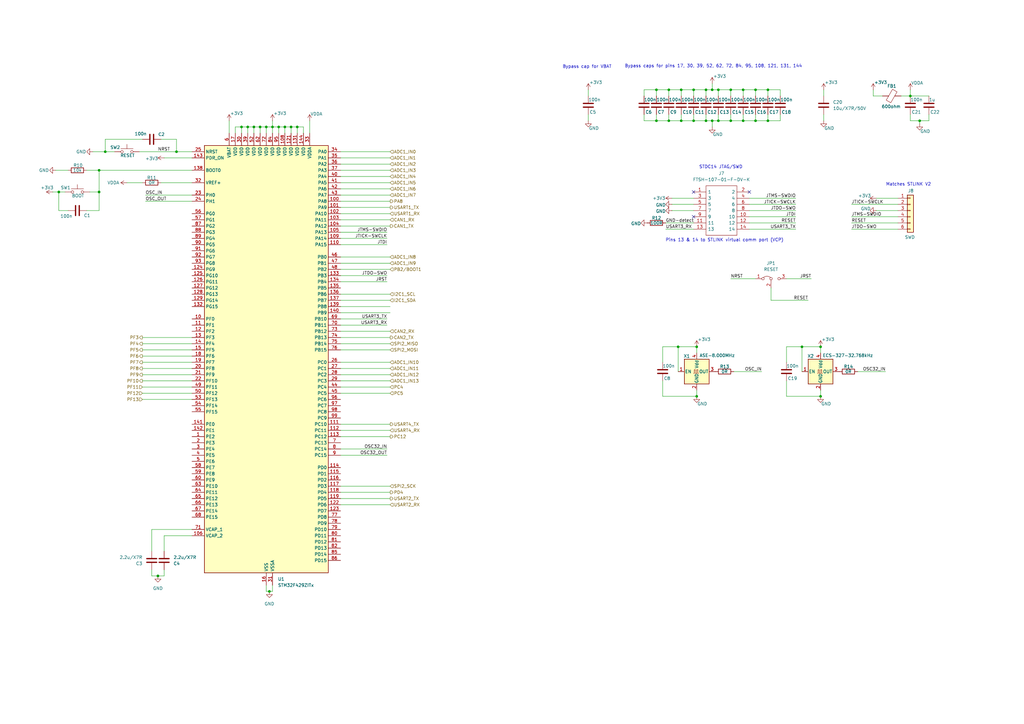
<source format=kicad_sch>
(kicad_sch (version 20231120) (generator "eeschema") (generator_version "8.0")
  (paper "A3")
  (lib_symbols
    (symbol "Connector_Generic:Conn_01x06" (pin_names (offset 1.016) hide)
      (property "Reference" "J" (at 0 7.62 0))
      (property "Value" "Conn_01x06" (at 0 -10.16 0))
      (symbol "Conn_01x06_1_1"
        (pin passive line (at -5.08 5.08 0) (length 3.81) (name "Pin_1") (number "1"))
        (pin passive line (at -5.08 2.54 0) (length 3.81) (name "Pin_2") (number "2"))
        (pin passive line (at -5.08 0 0) (length 3.81) (name "Pin_3") (number "3"))
        (pin passive line (at -5.08 -2.54 0) (length 3.81) (name "Pin_4") (number "4"))
        (pin passive line (at -5.08 -5.08 0) (length 3.81) (name "Pin_5") (number "5"))
        (pin passive line (at -5.08 -7.62 0) (length 3.81) (name "Pin_6") (number "6"))
      )
    )
    (symbol "Device:C" (pin_numbers hide) (pin_names (offset 0.254))
      (property "Reference" "C" (at 0.635 2.54 0))
      (property "Value" "C" (at 0.635 -2.54 0))
      (symbol "C_1_1"
        (pin passive line (at 0 3.81 270) (length 2.794) (name "~") (number "1"))
        (pin passive line (at 0 -3.81 90) (length 2.794) (name "~") (number "2"))
      )
    )
    (symbol "Device:FerriteBead" (pin_numbers hide) (pin_names (offset 0))
      (property "Reference" "FB" (at -3.81 0.635 90))
      (property "Value" "FerriteBead" (at 3.81 0 90))
      (symbol "FerriteBead_1_1"
        (pin passive line (at 0 3.81 270) (length 2.54) (name "~") (number "1"))
        (pin passive line (at 0 -3.81 90) (length 2.54) (name "~") (number "2"))
      )
    )
    (symbol "Device:R" (pin_numbers hide) (pin_names (offset 0))
      (property "Reference" "R" (at 2.032 0 90))
      (property "Value" "R" (at 0 0 90))
      (symbol "R_1_1"
        (pin passive line (at 0 3.81 270) (length 1.27) (name "~") (number "1"))
        (pin passive line (at 0 -3.81 90) (length 1.27) (name "~") (number "2"))
      )
    )
    (symbol "Jumper:Jumper_3_Bridged12" (pin_names (offset 0) hide) (exclude_from_sim yes) (in_bom no)
      (property "Reference" "JP" (at -2.54 -2.54 0))
      (property "Value" "Jumper_3_Bridged12" (at 0 2.794 0))
      (symbol "Jumper_3_Bridged12_1_1"
        (pin passive line (at -6.35 0 0) (length 2.54) (name "A") (number "1"))
        (pin passive line (at 0 -3.81 90) (length 2.54) (name "C") (number "2"))
        (pin passive line (at 6.35 0 180) (length 2.54) (name "B") (number "3"))
      )
    )
    (symbol "MCU_ST_STM32F4:STM32F429ZITx"
      (property "Reference" "U" (at -25.4 90.17 0))
      (property "Value" "STM32F429ZITx" (at 20.32 90.17 0))
      (symbol "STM32F429ZITx_1_1"
        (pin bidirectional line (at -30.48 -30.48 0) (length 5.08) (name "PE2") (number "1"))
        (pin bidirectional line (at -30.48 17.78 0) (length 5.08) (name "PF0") (number "10"))
        (pin bidirectional line (at 30.48 66.04 180) (length 5.08) (name "PA8") (number "100"))
        (pin bidirectional line (at 30.48 63.5 180) (length 5.08) (name "PA9") (number "101"))
        (pin bidirectional line (at 30.48 60.96 180) (length 5.08) (name "PA10") (number "102"))
        (pin bidirectional line (at 30.48 58.42 180) (length 5.08) (name "PA11") (number "103"))
        (pin bidirectional line (at 30.48 55.88 180) (length 5.08) (name "PA12") (number "104"))
        (pin bidirectional line (at 30.48 53.34 180) (length 5.08) (name "PA13") (number "105"))
        (pin power_out line (at -30.48 -71.12 0) (length 5.08) (name "VCAP_2") (number "106"))
        (pin passive line (at 0 -91.44 90) (length 5.08) hide (name "VSS") (number "107"))
        (pin power_in line (at 7.62 93.98 270) (length 5.08) (name "VDD") (number "108"))
        (pin bidirectional line (at 30.48 50.8 180) (length 5.08) (name "PA14") (number "109"))
        (pin bidirectional line (at -30.48 15.24 0) (length 5.08) (name "PF1") (number "11"))
        (pin bidirectional line (at 30.48 48.26 180) (length 5.08) (name "PA15") (number "110"))
        (pin bidirectional line (at 30.48 -25.4 180) (length 5.08) (name "PC10") (number "111"))
        (pin bidirectional line (at 30.48 -27.94 180) (length 5.08) (name "PC11") (number "112"))
        (pin bidirectional line (at 30.48 -30.48 180) (length 5.08) (name "PC12") (number "113"))
        (pin bidirectional line (at 30.48 -43.18 180) (length 5.08) (name "PD0") (number "114"))
        (pin bidirectional line (at 30.48 -45.72 180) (length 5.08) (name "PD1") (number "115"))
        (pin bidirectional line (at 30.48 -48.26 180) (length 5.08) (name "PD2") (number "116"))
        (pin bidirectional line (at 30.48 -50.8 180) (length 5.08) (name "PD3") (number "117"))
        (pin bidirectional line (at 30.48 -53.34 180) (length 5.08) (name "PD4") (number "118"))
        (pin bidirectional line (at 30.48 -55.88 180) (length 5.08) (name "PD5") (number "119"))
        (pin bidirectional line (at -30.48 12.7 0) (length 5.08) (name "PF2") (number "12"))
        (pin passive line (at 0 -91.44 90) (length 5.08) hide (name "VSS") (number "120"))
        (pin power_in line (at 10.16 93.98 270) (length 5.08) (name "VDD") (number "121"))
        (pin bidirectional line (at 30.48 -58.42 180) (length 5.08) (name "PD6") (number "122"))
        (pin bidirectional line (at 30.48 -60.96 180) (length 5.08) (name "PD7") (number "123"))
        (pin bidirectional line (at -30.48 38.1 0) (length 5.08) (name "PG9") (number "124"))
        (pin bidirectional line (at -30.48 35.56 0) (length 5.08) (name "PG10") (number "125"))
        (pin bidirectional line (at -30.48 33.02 0) (length 5.08) (name "PG11") (number "126"))
        (pin bidirectional line (at -30.48 30.48 0) (length 5.08) (name "PG12") (number "127"))
        (pin bidirectional line (at -30.48 27.94 0) (length 5.08) (name "PG13") (number "128"))
        (pin bidirectional line (at -30.48 25.4 0) (length 5.08) (name "PG14") (number "129"))
        (pin bidirectional line (at -30.48 10.16 0) (length 5.08) (name "PF3") (number "13"))
        (pin passive line (at 0 -91.44 90) (length 5.08) hide (name "VSS") (number "130"))
        (pin power_in line (at 12.7 93.98 270) (length 5.08) (name "VDD") (number "131"))
        (pin bidirectional line (at -30.48 22.86 0) (length 5.08) (name "PG15") (number "132"))
        (pin bidirectional line (at 30.48 35.56 180) (length 5.08) (name "PB3") (number "133"))
        (pin bidirectional line (at 30.48 33.02 180) (length 5.08) (name "PB4") (number "134"))
        (pin bidirectional line (at 30.48 30.48 180) (length 5.08) (name "PB5") (number "135"))
        (pin bidirectional line (at 30.48 27.94 180) (length 5.08) (name "PB6") (number "136"))
        (pin bidirectional line (at 30.48 25.4 180) (length 5.08) (name "PB7") (number "137"))
        (pin input line (at -30.48 78.74 0) (length 5.08) (name "BOOT0") (number "138"))
        (pin bidirectional line (at 30.48 22.86 180) (length 5.08) (name "PB8") (number "139"))
        (pin bidirectional line (at -30.48 7.62 0) (length 5.08) (name "PF4") (number "14"))
        (pin bidirectional line (at 30.48 20.32 180) (length 5.08) (name "PB9") (number "140"))
        (pin bidirectional line (at -30.48 -25.4 0) (length 5.08) (name "PE0") (number "141"))
        (pin bidirectional line (at -30.48 -27.94 0) (length 5.08) (name "PE1") (number "142"))
        (pin input line (at -30.48 83.82 0) (length 5.08) (name "PDR_ON") (number "143"))
        (pin power_in line (at 15.24 93.98 270) (length 5.08) (name "VDD") (number "144"))
        (pin bidirectional line (at -30.48 5.08 0) (length 5.08) (name "PF5") (number "15"))
        (pin power_in line (at 0 -91.44 90) (length 5.08) (name "VSS") (number "16"))
        (pin power_in line (at -12.7 93.98 270) (length 5.08) (name "VDD") (number "17"))
        (pin bidirectional line (at -30.48 2.54 0) (length 5.08) (name "PF6") (number "18"))
        (pin bidirectional line (at -30.48 0 0) (length 5.08) (name "PF7") (number "19"))
        (pin bidirectional line (at -30.48 -33.02 0) (length 5.08) (name "PE3") (number "2"))
        (pin bidirectional line (at -30.48 -2.54 0) (length 5.08) (name "PF8") (number "20"))
        (pin bidirectional line (at -30.48 -5.08 0) (length 5.08) (name "PF9") (number "21"))
        (pin bidirectional line (at -30.48 -7.62 0) (length 5.08) (name "PF10") (number "22"))
        (pin bidirectional line (at -30.48 68.58 0) (length 5.08) (name "PH0") (number "23"))
        (pin bidirectional line (at -30.48 66.04 0) (length 5.08) (name "PH1") (number "24"))
        (pin input line (at -30.48 86.36 0) (length 5.08) (name "NRST") (number "25"))
        (pin bidirectional line (at 30.48 0 180) (length 5.08) (name "PC0") (number "26"))
        (pin bidirectional line (at 30.48 -2.54 180) (length 5.08) (name "PC1") (number "27"))
        (pin bidirectional line (at 30.48 -5.08 180) (length 5.08) (name "PC2") (number "28"))
        (pin bidirectional line (at 30.48 -7.62 180) (length 5.08) (name "PC3") (number "29"))
        (pin bidirectional line (at -30.48 -35.56 0) (length 5.08) (name "PE4") (number "3"))
        (pin power_in line (at -10.16 93.98 270) (length 5.08) (name "VDD") (number "30"))
        (pin power_in line (at 2.54 -91.44 90) (length 5.08) (name "VSSA") (number "31"))
        (pin input line (at -30.48 73.66 0) (length 5.08) (name "VREF+") (number "32"))
        (pin power_in line (at 17.78 93.98 270) (length 5.08) (name "VDDA") (number "33"))
        (pin bidirectional line (at 30.48 86.36 180) (length 5.08) (name "PA0") (number "34"))
        (pin bidirectional line (at 30.48 83.82 180) (length 5.08) (name "PA1") (number "35"))
        (pin bidirectional line (at 30.48 81.28 180) (length 5.08) (name "PA2") (number "36"))
        (pin bidirectional line (at 30.48 78.74 180) (length 5.08) (name "PA3") (number "37"))
        (pin passive line (at 0 -91.44 90) (length 5.08) hide (name "VSS") (number "38"))
        (pin power_in line (at -7.62 93.98 270) (length 5.08) (name "VDD") (number "39"))
        (pin bidirectional line (at -30.48 -38.1 0) (length 5.08) (name "PE5") (number "4"))
        (pin bidirectional line (at 30.48 76.2 180) (length 5.08) (name "PA4") (number "40"))
        (pin bidirectional line (at 30.48 73.66 180) (length 5.08) (name "PA5") (number "41"))
        (pin bidirectional line (at 30.48 71.12 180) (length 5.08) (name "PA6") (number "42"))
        (pin bidirectional line (at 30.48 68.58 180) (length 5.08) (name "PA7") (number "43"))
        (pin bidirectional line (at 30.48 -10.16 180) (length 5.08) (name "PC4") (number "44"))
        (pin bidirectional line (at 30.48 -12.7 180) (length 5.08) (name "PC5") (number "45"))
        (pin bidirectional line (at 30.48 43.18 180) (length 5.08) (name "PB0") (number "46"))
        (pin bidirectional line (at 30.48 40.64 180) (length 5.08) (name "PB1") (number "47"))
        (pin bidirectional line (at 30.48 38.1 180) (length 5.08) (name "PB2") (number "48"))
        (pin bidirectional line (at -30.48 -10.16 0) (length 5.08) (name "PF11") (number "49"))
        (pin bidirectional line (at -30.48 -40.64 0) (length 5.08) (name "PE6") (number "5"))
        (pin bidirectional line (at -30.48 -12.7 0) (length 5.08) (name "PF12") (number "50"))
        (pin passive line (at 0 -91.44 90) (length 5.08) hide (name "VSS") (number "51"))
        (pin power_in line (at -5.08 93.98 270) (length 5.08) (name "VDD") (number "52"))
        (pin bidirectional line (at -30.48 -15.24 0) (length 5.08) (name "PF13") (number "53"))
        (pin bidirectional line (at -30.48 -17.78 0) (length 5.08) (name "PF14") (number "54"))
        (pin bidirectional line (at -30.48 -20.32 0) (length 5.08) (name "PF15") (number "55"))
        (pin bidirectional line (at -30.48 60.96 0) (length 5.08) (name "PG0") (number "56"))
        (pin bidirectional line (at -30.48 58.42 0) (length 5.08) (name "PG1") (number "57"))
        (pin bidirectional line (at -30.48 -43.18 0) (length 5.08) (name "PE7") (number "58"))
        (pin bidirectional line (at -30.48 -45.72 0) (length 5.08) (name "PE8") (number "59"))
        (pin power_in line (at -15.24 93.98 270) (length 5.08) (name "VBAT") (number "6"))
        (pin bidirectional line (at -30.48 -48.26 0) (length 5.08) (name "PE9") (number "60"))
        (pin passive line (at 0 -91.44 90) (length 5.08) hide (name "VSS") (number "61"))
        (pin power_in line (at -2.54 93.98 270) (length 5.08) (name "VDD") (number "62"))
        (pin bidirectional line (at -30.48 -50.8 0) (length 5.08) (name "PE10") (number "63"))
        (pin bidirectional line (at -30.48 -53.34 0) (length 5.08) (name "PE11") (number "64"))
        (pin bidirectional line (at -30.48 -55.88 0) (length 5.08) (name "PE12") (number "65"))
        (pin bidirectional line (at -30.48 -58.42 0) (length 5.08) (name "PE13") (number "66"))
        (pin bidirectional line (at -30.48 -60.96 0) (length 5.08) (name "PE14") (number "67"))
        (pin bidirectional line (at -30.48 -63.5 0) (length 5.08) (name "PE15") (number "68"))
        (pin bidirectional line (at 30.48 17.78 180) (length 5.08) (name "PB10") (number "69"))
        (pin bidirectional line (at 30.48 -33.02 180) (length 5.08) (name "PC13") (number "7"))
        (pin bidirectional line (at 30.48 15.24 180) (length 5.08) (name "PB11") (number "70"))
        (pin power_out line (at -30.48 -68.58 0) (length 5.08) (name "VCAP_1") (number "71"))
        (pin power_in line (at 0 93.98 270) (length 5.08) (name "VDD") (number "72"))
        (pin bidirectional line (at 30.48 12.7 180) (length 5.08) (name "PB12") (number "73"))
        (pin bidirectional line (at 30.48 10.16 180) (length 5.08) (name "PB13") (number "74"))
        (pin bidirectional line (at 30.48 7.62 180) (length 5.08) (name "PB14") (number "75"))
        (pin bidirectional line (at 30.48 5.08 180) (length 5.08) (name "PB15") (number "76"))
        (pin bidirectional line (at 30.48 -63.5 180) (length 5.08) (name "PD8") (number "77"))
        (pin bidirectional line (at 30.48 -66.04 180) (length 5.08) (name "PD9") (number "78"))
        (pin bidirectional line (at 30.48 -68.58 180) (length 5.08) (name "PD10") (number "79"))
        (pin bidirectional line (at 30.48 -35.56 180) (length 5.08) (name "PC14") (number "8"))
        (pin bidirectional line (at 30.48 -71.12 180) (length 5.08) (name "PD11") (number "80"))
        (pin bidirectional line (at 30.48 -73.66 180) (length 5.08) (name "PD12") (number "81"))
        (pin bidirectional line (at 30.48 -76.2 180) (length 5.08) (name "PD13") (number "82"))
        (pin passive line (at 0 -91.44 90) (length 5.08) hide (name "VSS") (number "83"))
        (pin power_in line (at 2.54 93.98 270) (length 5.08) (name "VDD") (number "84"))
        (pin bidirectional line (at 30.48 -78.74 180) (length 5.08) (name "PD14") (number "85"))
        (pin bidirectional line (at 30.48 -81.28 180) (length 5.08) (name "PD15") (number "86"))
        (pin bidirectional line (at -30.48 55.88 0) (length 5.08) (name "PG2") (number "87"))
        (pin bidirectional line (at -30.48 53.34 0) (length 5.08) (name "PG3") (number "88"))
        (pin bidirectional line (at -30.48 50.8 0) (length 5.08) (name "PG4") (number "89"))
        (pin bidirectional line (at 30.48 -38.1 180) (length 5.08) (name "PC15") (number "9"))
        (pin bidirectional line (at -30.48 48.26 0) (length 5.08) (name "PG5") (number "90"))
        (pin bidirectional line (at -30.48 45.72 0) (length 5.08) (name "PG6") (number "91"))
        (pin bidirectional line (at -30.48 43.18 0) (length 5.08) (name "PG7") (number "92"))
        (pin bidirectional line (at -30.48 40.64 0) (length 5.08) (name "PG8") (number "93"))
        (pin passive line (at 0 -91.44 90) (length 5.08) hide (name "VSS") (number "94"))
        (pin power_in line (at 5.08 93.98 270) (length 5.08) (name "VDD") (number "95"))
        (pin bidirectional line (at 30.48 -15.24 180) (length 5.08) (name "PC6") (number "96"))
        (pin bidirectional line (at 30.48 -17.78 180) (length 5.08) (name "PC7") (number "97"))
        (pin bidirectional line (at 30.48 -20.32 180) (length 5.08) (name "PC8") (number "98"))
        (pin bidirectional line (at 30.48 -22.86 180) (length 5.08) (name "PC9") (number "99"))
      )
    )
    (symbol "Oscillator:ASE-xxxMHz" (pin_names (offset 0.254))
      (property "Reference" "X" (at -5.08 6.35 0))
      (property "Value" "ASE-xxxMHz" (at 1.27 -6.35 0))
      (symbol "ASE-xxxMHz_1_1"
        (pin input line (at -7.62 0 0) (length 2.54) (name "EN") (number "1"))
        (pin power_in line (at 0 -7.62 90) (length 2.54) (name "GND") (number "2"))
        (pin output line (at 7.62 0 180) (length 2.54) (name "OUT") (number "3"))
        (pin power_in line (at 0 7.62 270) (length 2.54) (name "Vdd") (number "4"))
      )
    )
    (symbol "SamacSys_Parts:FTSH-107-01-F-DV-K" (pin_names (offset 0.762))
      (property "Reference" "J" (at 19.05 7.62 0))
      (property "Value" "FTSH-107-01-F-DV-K" (at 19.05 5.08 0))
      (symbol "FTSH-107-01-F-DV-K_0_0"
        (pin passive line (at 0 0 0) (length 5.08) (name "1") (number "1"))
        (pin passive line (at 22.86 -10.16 180) (length 5.08) (name "10") (number "10"))
        (pin passive line (at 0 -12.7 0) (length 5.08) (name "11") (number "11"))
        (pin passive line (at 22.86 -12.7 180) (length 5.08) (name "12") (number "12"))
        (pin passive line (at 0 -15.24 0) (length 5.08) (name "13") (number "13"))
        (pin passive line (at 22.86 -15.24 180) (length 5.08) (name "14") (number "14"))
        (pin passive line (at 22.86 0 180) (length 5.08) (name "2") (number "2"))
        (pin passive line (at 0 -2.54 0) (length 5.08) (name "3") (number "3"))
        (pin passive line (at 22.86 -2.54 180) (length 5.08) (name "4") (number "4"))
        (pin passive line (at 0 -5.08 0) (length 5.08) (name "5") (number "5"))
        (pin passive line (at 22.86 -5.08 180) (length 5.08) (name "6") (number "6"))
        (pin passive line (at 0 -7.62 0) (length 5.08) (name "7") (number "7"))
        (pin passive line (at 22.86 -7.62 180) (length 5.08) (name "8") (number "8"))
        (pin passive line (at 0 -10.16 0) (length 5.08) (name "9") (number "9"))
      )
    )
    (symbol "Switch:SW_Push" (pin_numbers hide) (pin_names (offset 1.016) hide)
      (property "Reference" "SW" (at 1.27 2.54 0))
      (property "Value" "SW_Push" (at 0 -1.524 0))
      (symbol "SW_Push_0_1"
        (pin passive line (at -5.08 0 0) (length 2.54) (name "1") (number "1"))
        (pin passive line (at 5.08 0 180) (length 2.54) (name "2") (number "2"))
      )
    )
    (symbol "power:+3V3" (power) (pin_numbers hide) (pin_names (offset 0) hide)
      (property "Value" "+3V3" (at 0 3.556 0))
      (symbol "+3V3_1_1"
        (pin power_in line (at 0 0 90) (length 0) (name "~") (number "1"))
      )
    )
    (symbol "power:GND" (power) (pin_numbers hide) (pin_names (offset 0) hide)
      (property "Value" "GND" (at 0 -3.81 0))
      (symbol "GND_1_1"
        (pin power_in line (at 0 0 270) (length 0) (name "~") (number "1"))
      )
    )
    (symbol "power:VDDA" (power) (pin_numbers hide) (pin_names (offset 0) hide)
      (property "Value" "VDDA" (at 0 3.556 0))
      (symbol "VDDA_1_1"
        (pin power_in line (at 0 0 90) (length 0) (name "~") (number "1"))
      )
    )
  )
  (junction (at 304.8 36.83))
  (junction (at 274.32 49.53))
  (junction (at 309.88 36.83))
  (junction (at 314.96 49.53))
  (junction (at 289.56 36.83))
  (junction (at 314.96 36.83))
  (junction (at 106.68 52.07))
  (junction (at 336.55 162.56))
  (junction (at 72.39 62.23))
  (junction (at 64.77 236.22))
  (junction (at 121.92 52.07))
  (junction (at 299.72 36.83))
  (junction (at 101.6 52.07))
  (junction (at 292.1 36.83))
  (junction (at 289.56 49.53))
  (junction (at 284.48 49.53))
  (junction (at 284.48 36.83))
  (junction (at 99.06 52.07))
  (junction (at 269.24 36.83))
  (junction (at 294.64 36.83))
  (junction (at 373.38 39.37))
  (junction (at 328.93 142.24))
  (junction (at 40.64 78.74))
  (junction (at 104.14 52.07))
  (junction (at 285.75 162.56))
  (junction (at 116.84 52.07))
  (junction (at 377.19 49.53))
  (junction (at 111.76 52.07))
  (junction (at 304.8 49.53))
  (junction (at 110.49 242.57))
  (junction (at 269.24 49.53))
  (junction (at 24.13 78.74))
  (junction (at 40.64 69.85))
  (junction (at 279.4 49.53))
  (junction (at 274.32 36.83))
  (junction (at 119.38 52.07))
  (junction (at 279.4 36.83))
  (junction (at 114.3 52.07))
  (junction (at 299.72 49.53))
  (junction (at 336.55 142.24))
  (junction (at 292.1 49.53))
  (junction (at 294.64 49.53))
  (junction (at 285.75 142.24))
  (junction (at 309.88 49.53))
  (junction (at 278.13 142.24))
  (junction (at 109.22 52.07))
  (junction (at 43.18 62.23))
  (no_connect (at 307.34 78.74))
  (no_connect (at 284.48 88.9))
  (no_connect (at 284.48 78.74))
  (wire (pts (xy 139.7 64.77) (xy 160.02 64.77)))
  (wire (pts (xy 139.7 85.09) (xy 160.02 85.09)))
  (wire (pts (xy 279.4 49.53) (xy 284.48 49.53)))
  (wire (pts (xy 336.55 162.56) (xy 336.55 160.02)))
  (wire (pts (xy 373.38 49.53) (xy 373.38 46.99)))
  (wire (pts (xy 274.32 46.99) (xy 274.32 49.53)))
  (wire (pts (xy 139.7 87.63) (xy 160.02 87.63)))
  (wire (pts (xy 289.56 36.83) (xy 289.56 39.37)))
  (wire (pts (xy 62.23 236.22) (xy 64.77 236.22)))
  (wire (pts (xy 111.76 240.03) (xy 111.76 242.57)))
  (wire (pts (xy 316.23 118.11) (xy 316.23 123.19)))
  (wire (pts (xy 139.7 199.39) (xy 160.02 199.39)))
  (wire (pts (xy 78.74 217.17) (xy 62.23 217.17)))
  (wire (pts (xy 278.13 142.24) (xy 278.13 152.4)))
  (wire (pts (xy 139.7 113.03) (xy 158.75 113.03)))
  (wire (pts (xy 269.24 36.83) (xy 274.32 36.83)))
  (wire (pts (xy 322.58 148.59) (xy 322.58 142.24)))
  (wire (pts (xy 22.86 69.85) (xy 27.94 69.85)))
  (wire (pts (xy 109.22 240.03) (xy 109.22 242.57)))
  (wire (pts (xy 139.7 62.23) (xy 160.02 62.23)))
  (wire (pts (xy 294.64 49.53) (xy 299.72 49.53)))
  (wire (pts (xy 285.75 162.56) (xy 285.75 160.02)))
  (wire (pts (xy 139.7 107.95) (xy 160.02 107.95)))
  (wire (pts (xy 307.34 81.28) (xy 326.39 81.28)))
  (wire (pts (xy 139.7 130.81) (xy 158.75 130.81)))
  (wire (pts (xy 139.7 115.57) (xy 158.75 115.57)))
  (wire (pts (xy 101.6 52.07) (xy 101.6 54.61)))
  (wire (pts (xy 241.3 46.99) (xy 241.3 49.53)))
  (wire (pts (xy 43.18 57.15) (xy 43.18 62.23)))
  (wire (pts (xy 294.64 46.99) (xy 294.64 49.53)))
  (wire (pts (xy 271.78 142.24) (xy 278.13 142.24)))
  (wire (pts (xy 292.1 49.53) (xy 292.1 52.07)))
  (wire (pts (xy 139.7 161.29) (xy 160.02 161.29)))
  (wire (pts (xy 275.59 86.36) (xy 284.48 86.36)))
  (wire (pts (xy 96.52 52.07) (xy 99.06 52.07)))
  (wire (pts (xy 67.31 219.71) (xy 67.31 226.06)))
  (wire (pts (xy 278.13 142.24) (xy 285.75 142.24)))
  (wire (pts (xy 78.74 219.71) (xy 67.31 219.71)))
  (wire (pts (xy 109.22 242.57) (xy 110.49 242.57)))
  (wire (pts (xy 72.39 57.15) (xy 72.39 62.23)))
  (wire (pts (xy 139.7 201.93) (xy 160.02 201.93)))
  (wire (pts (xy 307.34 93.98) (xy 326.39 93.98)))
  (wire (pts (xy 373.38 39.37) (xy 373.38 36.83)))
  (wire (pts (xy 124.46 52.07) (xy 124.46 54.61)))
  (wire (pts (xy 114.3 52.07) (xy 116.84 52.07)))
  (wire (pts (xy 381 46.99) (xy 381 49.53)))
  (wire (pts (xy 64.77 236.22) (xy 67.31 236.22)))
  (wire (pts (xy 111.76 49.53) (xy 111.76 52.07)))
  (wire (pts (xy 351.79 152.4) (xy 363.22 152.4)))
  (wire (pts (xy 369.57 39.37) (xy 373.38 39.37)))
  (wire (pts (xy 336.55 142.24) (xy 336.55 144.78)))
  (wire (pts (xy 35.56 86.36) (xy 40.64 86.36)))
  (wire (pts (xy 78.74 146.05) (xy 58.42 146.05)))
  (wire (pts (xy 359.41 86.36) (xy 368.3 86.36)))
  (wire (pts (xy 307.34 91.44) (xy 326.39 91.44)))
  (wire (pts (xy 99.06 52.07) (xy 101.6 52.07)))
  (wire (pts (xy 78.74 151.13) (xy 58.42 151.13)))
  (wire (pts (xy 359.41 81.28) (xy 368.3 81.28)))
  (wire (pts (xy 139.7 176.53) (xy 160.02 176.53)))
  (wire (pts (xy 279.4 36.83) (xy 284.48 36.83)))
  (wire (pts (xy 104.14 52.07) (xy 104.14 54.61)))
  (wire (pts (xy 328.93 142.24) (xy 328.93 152.4)))
  (wire (pts (xy 358.14 39.37) (xy 361.95 39.37)))
  (wire (pts (xy 78.74 148.59) (xy 58.42 148.59)))
  (wire (pts (xy 66.04 57.15) (xy 72.39 57.15)))
  (wire (pts (xy 111.76 242.57) (xy 110.49 242.57)))
  (wire (pts (xy 269.24 36.83) (xy 269.24 39.37)))
  (wire (pts (xy 322.58 156.21) (xy 322.58 162.56)))
  (wire (pts (xy 337.82 36.83) (xy 337.82 39.37)))
  (wire (pts (xy 62.23 233.68) (xy 62.23 236.22)))
  (wire (pts (xy 139.7 123.19) (xy 160.02 123.19)))
  (wire (pts (xy 241.3 36.83) (xy 241.3 39.37)))
  (wire (pts (xy 139.7 82.55) (xy 160.02 82.55)))
  (wire (pts (xy 139.7 100.33) (xy 158.75 100.33)))
  (wire (pts (xy 309.88 36.83) (xy 314.96 36.83)))
  (wire (pts (xy 96.52 54.61) (xy 96.52 52.07)))
  (wire (pts (xy 43.18 62.23) (xy 46.99 62.23)))
  (wire (pts (xy 66.04 74.93) (xy 78.74 74.93)))
  (wire (pts (xy 279.4 46.99) (xy 279.4 49.53)))
  (wire (pts (xy 114.3 52.07) (xy 114.3 54.61)))
  (wire (pts (xy 271.78 156.21) (xy 271.78 162.56)))
  (wire (pts (xy 139.7 95.25) (xy 158.75 95.25)))
  (wire (pts (xy 139.7 153.67) (xy 160.02 153.67)))
  (wire (pts (xy 78.74 156.21) (xy 58.42 156.21)))
  (wire (pts (xy 78.74 161.29) (xy 58.42 161.29)))
  (wire (pts (xy 139.7 207.01) (xy 160.02 207.01)))
  (wire (pts (xy 21.59 78.74) (xy 24.13 78.74)))
  (wire (pts (xy 284.48 91.44) (xy 273.05 91.44)))
  (wire (pts (xy 307.34 83.82) (xy 326.39 83.82)))
  (wire (pts (xy 101.6 52.07) (xy 104.14 52.07)))
  (wire (pts (xy 322.58 162.56) (xy 336.55 162.56)))
  (wire (pts (xy 43.18 62.23) (xy 38.1 62.23)))
  (wire (pts (xy 139.7 90.17) (xy 160.02 90.17)))
  (wire (pts (xy 36.83 78.74) (xy 40.64 78.74)))
  (wire (pts (xy 271.78 148.59) (xy 271.78 142.24)))
  (wire (pts (xy 269.24 49.53) (xy 274.32 49.53)))
  (wire (pts (xy 274.32 36.83) (xy 279.4 36.83)))
  (wire (pts (xy 304.8 36.83) (xy 309.88 36.83)))
  (wire (pts (xy 139.7 133.35) (xy 158.75 133.35)))
  (wire (pts (xy 139.7 74.93) (xy 160.02 74.93)))
  (wire (pts (xy 106.68 52.07) (xy 109.22 52.07)))
  (wire (pts (xy 78.74 82.55) (xy 59.69 82.55)))
  (wire (pts (xy 275.59 81.28) (xy 284.48 81.28)))
  (wire (pts (xy 373.38 49.53) (xy 377.19 49.53)))
  (wire (pts (xy 349.25 91.44) (xy 368.3 91.44)))
  (wire (pts (xy 139.7 77.47) (xy 160.02 77.47)))
  (wire (pts (xy 377.19 49.53) (xy 381 49.53)))
  (wire (pts (xy 78.74 143.51) (xy 58.42 143.51)))
  (wire (pts (xy 289.56 36.83) (xy 292.1 36.83)))
  (wire (pts (xy 304.8 46.99) (xy 304.8 49.53)))
  (wire (pts (xy 309.88 49.53) (xy 314.96 49.53)))
  (wire (pts (xy 121.92 52.07) (xy 124.46 52.07)))
  (wire (pts (xy 121.92 52.07) (xy 121.92 54.61)))
  (wire (pts (xy 289.56 46.99) (xy 289.56 49.53)))
  (wire (pts (xy 307.34 88.9) (xy 326.39 88.9)))
  (wire (pts (xy 99.06 52.07) (xy 99.06 54.61)))
  (wire (pts (xy 40.64 78.74) (xy 40.64 69.85)))
  (wire (pts (xy 139.7 92.71) (xy 160.02 92.71)))
  (wire (pts (xy 273.05 93.98) (xy 284.48 93.98)))
  (wire (pts (xy 139.7 186.69) (xy 158.75 186.69)))
  (wire (pts (xy 274.32 49.53) (xy 279.4 49.53)))
  (wire (pts (xy 309.88 36.83) (xy 309.88 39.37)))
  (wire (pts (xy 264.16 36.83) (xy 269.24 36.83)))
  (wire (pts (xy 320.04 49.53) (xy 320.04 46.99)))
  (wire (pts (xy 139.7 135.89) (xy 160.02 135.89)))
  (wire (pts (xy 328.93 142.24) (xy 336.55 142.24)))
  (wire (pts (xy 299.72 36.83) (xy 299.72 39.37)))
  (wire (pts (xy 320.04 36.83) (xy 320.04 39.37)))
  (wire (pts (xy 314.96 36.83) (xy 314.96 39.37)))
  (wire (pts (xy 285.75 142.24) (xy 285.75 144.78)))
  (wire (pts (xy 358.14 36.83) (xy 358.14 39.37)))
  (wire (pts (xy 139.7 184.15) (xy 158.75 184.15)))
  (wire (pts (xy 284.48 36.83) (xy 289.56 36.83)))
  (wire (pts (xy 274.32 36.83) (xy 274.32 39.37)))
  (wire (pts (xy 139.7 80.01) (xy 160.02 80.01)))
  (wire (pts (xy 67.31 64.77) (xy 78.74 64.77)))
  (wire (pts (xy 62.23 217.17) (xy 62.23 226.06)))
  (wire (pts (xy 377.19 49.53) (xy 377.19 50.8)))
  (wire (pts (xy 309.88 46.99) (xy 309.88 49.53)))
  (wire (pts (xy 279.4 36.83) (xy 279.4 39.37)))
  (wire (pts (xy 139.7 148.59) (xy 160.02 148.59)))
  (wire (pts (xy 104.14 52.07) (xy 106.68 52.07)))
  (wire (pts (xy 78.74 153.67) (xy 58.42 153.67)))
  (wire (pts (xy 139.7 204.47) (xy 160.02 204.47)))
  (wire (pts (xy 264.16 46.99) (xy 264.16 49.53)))
  (wire (pts (xy 139.7 156.21) (xy 160.02 156.21)))
  (wire (pts (xy 314.96 46.99) (xy 314.96 49.53)))
  (wire (pts (xy 322.58 114.3) (xy 332.74 114.3)))
  (wire (pts (xy 284.48 36.83) (xy 284.48 39.37)))
  (wire (pts (xy 52.07 74.93) (xy 58.42 74.93)))
  (wire (pts (xy 289.56 49.53) (xy 292.1 49.53)))
  (wire (pts (xy 314.96 36.83) (xy 320.04 36.83)))
  (wire (pts (xy 24.13 78.74) (xy 26.67 78.74)))
  (wire (pts (xy 264.16 39.37) (xy 264.16 36.83)))
  (wire (pts (xy 275.59 83.82) (xy 284.48 83.82)))
  (wire (pts (xy 373.38 39.37) (xy 381 39.37)))
  (wire (pts (xy 116.84 52.07) (xy 116.84 54.61)))
  (wire (pts (xy 322.58 142.24) (xy 328.93 142.24)))
  (wire (pts (xy 27.94 86.36) (xy 24.13 86.36)))
  (wire (pts (xy 109.22 52.07) (xy 109.22 54.61)))
  (wire (pts (xy 292.1 49.53) (xy 294.64 49.53)))
  (wire (pts (xy 299.72 46.99) (xy 299.72 49.53)))
  (wire (pts (xy 43.18 57.15) (xy 58.42 57.15)))
  (wire (pts (xy 368.3 83.82) (xy 349.25 83.82)))
  (wire (pts (xy 299.72 49.53) (xy 304.8 49.53)))
  (wire (pts (xy 139.7 143.51) (xy 160.02 143.51)))
  (wire (pts (xy 119.38 52.07) (xy 119.38 54.61)))
  (wire (pts (xy 93.98 49.53) (xy 93.98 54.61)))
  (wire (pts (xy 78.74 158.75) (xy 58.42 158.75)))
  (wire (pts (xy 119.38 52.07) (xy 121.92 52.07)))
  (wire (pts (xy 271.78 162.56) (xy 285.75 162.56)))
  (wire (pts (xy 67.31 236.22) (xy 67.31 233.68)))
  (wire (pts (xy 292.1 36.83) (xy 294.64 36.83)))
  (wire (pts (xy 57.15 62.23) (xy 72.39 62.23)))
  (wire (pts (xy 139.7 120.65) (xy 160.02 120.65)))
  (wire (pts (xy 111.76 52.07) (xy 114.3 52.07)))
  (wire (pts (xy 304.8 49.53) (xy 309.88 49.53)))
  (wire (pts (xy 35.56 69.85) (xy 40.64 69.85)))
  (wire (pts (xy 139.7 110.49) (xy 160.02 110.49)))
  (wire (pts (xy 78.74 140.97) (xy 58.42 140.97)))
  (wire (pts (xy 299.72 36.83) (xy 304.8 36.83)))
  (wire (pts (xy 314.96 49.53) (xy 320.04 49.53)))
  (wire (pts (xy 294.64 36.83) (xy 294.64 39.37)))
  (wire (pts (xy 139.7 128.27) (xy 160.02 128.27)))
  (wire (pts (xy 284.48 46.99) (xy 284.48 49.53)))
  (wire (pts (xy 139.7 138.43) (xy 160.02 138.43)))
  (wire (pts (xy 127 49.53) (xy 127 54.61)))
  (wire (pts (xy 78.74 80.01) (xy 59.69 80.01)))
  (wire (pts (xy 294.64 36.83) (xy 299.72 36.83)))
  (wire (pts (xy 304.8 36.83) (xy 304.8 39.37)))
  (wire (pts (xy 106.68 52.07) (xy 106.68 54.61)))
  (wire (pts (xy 139.7 125.73) (xy 160.02 125.73)))
  (wire (pts (xy 368.3 88.9) (xy 349.25 88.9)))
  (wire (pts (xy 139.7 158.75) (xy 160.02 158.75)))
  (wire (pts (xy 109.22 52.07) (xy 111.76 52.07)))
  (wire (pts (xy 78.74 163.83) (xy 58.42 163.83)))
  (wire (pts (xy 309.88 114.3) (xy 299.72 114.3)))
  (wire (pts (xy 111.76 52.07) (xy 111.76 54.61)))
  (wire (pts (xy 368.3 93.98) (xy 349.25 93.98)))
  (wire (pts (xy 116.84 52.07) (xy 119.38 52.07)))
  (wire (pts (xy 292.1 34.29) (xy 292.1 36.83)))
  (wire (pts (xy 337.82 46.99) (xy 337.82 49.53)))
  (wire (pts (xy 139.7 173.99) (xy 160.02 173.99)))
  (wire (pts (xy 300.99 152.4) (xy 312.42 152.4)))
  (wire (pts (xy 72.39 62.23) (xy 78.74 62.23)))
  (wire (pts (xy 24.13 86.36) (xy 24.13 78.74)))
  (wire (pts (xy 139.7 67.31) (xy 160.02 67.31)))
  (wire (pts (xy 316.23 123.19) (xy 331.47 123.19)))
  (wire (pts (xy 40.64 69.85) (xy 78.74 69.85)))
  (wire (pts (xy 78.74 138.43) (xy 58.42 138.43)))
  (wire (pts (xy 139.7 179.07) (xy 160.02 179.07)))
  (wire (pts (xy 139.7 97.79) (xy 158.75 97.79)))
  (wire (pts (xy 284.48 49.53) (xy 289.56 49.53)))
  (wire (pts (xy 139.7 105.41) (xy 160.02 105.41)))
  (wire (pts (xy 139.7 69.85) (xy 160.02 69.85)))
  (wire (pts (xy 269.24 46.99) (xy 269.24 49.53)))
  (wire (pts (xy 139.7 151.13) (xy 160.02 151.13)))
  (wire (pts (xy 264.16 49.53) (xy 269.24 49.53)))
  (wire (pts (xy 139.7 140.97) (xy 160.02 140.97)))
  (wire (pts (xy 40.64 86.36) (xy 40.64 78.74)))
  (wire (pts (xy 139.7 72.39) (xy 160.02 72.39)))
  (wire (pts (xy 307.34 86.36) (xy 326.39 86.36)))
  (text "Bypass caps for pins 17, 30, 39, 52, 62, 72, 84, 95, 108, 121, 131, 144" (at 292.608 27.178 0) (effects (font (size 1.27 1.27))))
  (text "Bypass cap for VBAT" (at 240.792 27.432 0) (effects (font (size 1.27 1.27))))
  (text "Matches STLINK V2" (at 372.618 75.692 0) (effects (font (size 1.27 1.27))))
  (text "STDC14 JTAG/SWD" (at 295.656 68.58 0) (effects (font (size 1.27 1.27))))
  (text "Pins 13 & 14 to STLINK virtual comm port (VCP)" (at 297.18 98.552 0) (effects (font (size 1.27 1.27))))
  (label "JTDO-SWO" (at 326.39 86.36 180))
  (label "NRST" (at 64.77 62.23 0))
  (label "USART3_TX" (at 158.75 130.81 180))
  (label "OSC32_IN" (at 158.75 184.15 180))
  (label "JRST" (at 158.75 115.57 180))
  (label "USART3_TX" (at 326.39 93.98 180))
  (label "JTICK-SWCLK" (at 349.25 83.82 0))
  (label "JRST" (at 332.74 114.3 180))
  (label "OSC32_IN" (at 363.22 152.4 180))
  (label "OSC_OUT" (at 59.69 82.55 0))
  (label "OSC32_OUT" (at 158.75 186.69 180))
  (label "JTDO-SWO" (at 158.75 113.03 180))
  (label "USART3_RX" (at 158.75 133.35 180))
  (label "JTDI" (at 326.39 88.9 180))
  (label "JTMS-SWDIO" (at 158.75 95.25 180))
  (label "NRST" (at 299.72 114.3 0))
  (label "JTICK-SWCLK" (at 158.75 97.79 180))
  (label "JTMS-SWDIO" (at 326.39 81.28 180))
  (label "RESET" (at 349.25 91.44 0))
  (label "JTDI" (at 158.75 100.33 180))
  (label "USART3_RX" (at 273.05 93.98 0))
  (label "RESET" (at 326.39 91.44 180))
  (label "OSC_IN" (at 59.69 80.01 0))
  (label "GND-detect" (at 273.05 91.44 0))
  (label "JTDO-SWO" (at 349.25 93.98 0))
  (label "JTMS-SWDIO" (at 349.25 88.9 0))
  (label "RESET" (at 331.47 123.19 180))
  (label "OSC_IN" (at 312.42 152.4 180))
  (label "JTICK-SWCLK" (at 326.39 83.82 180))
  (hierarchical_label "ADC1_IN3" (shape input) (at 160.02 69.85 0))
  (hierarchical_label "CAN1_RX" (shape input) (at 160.02 90.17 0))
  (hierarchical_label "PF7" (shape output) (at 58.42 148.59 180))
  (hierarchical_label "PA8" (shape output) (at 160.02 82.55 0))
  (hierarchical_label "PF5" (shape output) (at 58.42 143.51 180))
  (hierarchical_label "PC12" (shape output) (at 160.02 179.07 0))
  (hierarchical_label "PC4" (shape input) (at 160.02 158.75 0))
  (hierarchical_label "PC5" (shape input) (at 160.02 161.29 0))
  (hierarchical_label "ADC1_IN6" (shape input) (at 160.02 77.47 0))
  (hierarchical_label "PF10" (shape output) (at 58.42 156.21 180))
  (hierarchical_label "PF9" (shape output) (at 58.42 153.67 180))
  (hierarchical_label "ADC1_IN5" (shape input) (at 160.02 74.93 0))
  (hierarchical_label "ADC1_IN4" (shape input) (at 160.02 72.39 0))
  (hierarchical_label "I2C1_SCL" (shape input) (at 160.02 120.65 0))
  (hierarchical_label "SPI2_MISO" (shape input) (at 160.02 140.97 0))
  (hierarchical_label "USART1_TX" (shape output) (at 160.02 85.09 0))
  (hierarchical_label "PF11" (shape input) (at 58.42 158.75 180))
  (hierarchical_label "ADC1_IN8" (shape input) (at 160.02 105.41 0))
  (hierarchical_label "ADC1_IN11" (shape input) (at 160.02 151.13 0))
  (hierarchical_label "USART2_RX" (shape input) (at 160.02 207.01 0))
  (hierarchical_label "CAN2_TX" (shape output) (at 160.02 138.43 0))
  (hierarchical_label "ADC1_IN9" (shape input) (at 160.02 107.95 0))
  (hierarchical_label "ADC1_IN13" (shape input) (at 160.02 156.21 0))
  (hierarchical_label "ADC1_IN12" (shape input) (at 160.02 153.67 0))
  (hierarchical_label "USART4_RX" (shape input) (at 160.02 176.53 0))
  (hierarchical_label "PF3" (shape output) (at 58.42 138.43 180))
  (hierarchical_label "ADC1_IN1" (shape input) (at 160.02 64.77 0))
  (hierarchical_label "PB2{slash}BOOT1" (shape input) (at 160.02 110.49 0))
  (hierarchical_label "PF6" (shape output) (at 58.42 146.05 180))
  (hierarchical_label "ADC1_IN2" (shape input) (at 160.02 67.31 0))
  (hierarchical_label "ADC1_IN10" (shape input) (at 160.02 148.59 0))
  (hierarchical_label "USART2_TX" (shape output) (at 160.02 204.47 0))
  (hierarchical_label "PD4" (shape output) (at 160.02 201.93 0))
  (hierarchical_label "CAN1_TX" (shape output) (at 160.02 92.71 0))
  (hierarchical_label "I2C1_SDA" (shape input) (at 160.02 123.19 0))
  (hierarchical_label "PF13" (shape input) (at 58.42 163.83 180))
  (hierarchical_label "USART4_TX" (shape output) (at 160.02 173.99 0))
  (hierarchical_label "SPI2_SCK" (shape input) (at 160.02 199.39 0))
  (hierarchical_label "SPI2_MOSI" (shape input) (at 160.02 143.51 0))
  (hierarchical_label "ADC1_IN0" (shape input) (at 160.02 62.23 0))
  (hierarchical_label "CAN2_RX" (shape input) (at 160.02 135.89 0))
  (hierarchical_label "USART1_RX" (shape input) (at 160.02 87.63 0))
  (hierarchical_label "ADC1_IN7" (shape input) (at 160.02 80.01 0))
  (hierarchical_label "PF8" (shape output) (at 58.42 151.13 180))
  (hierarchical_label "PF12" (shape input) (at 58.42 161.29 180))
  (hierarchical_label "PF4" (shape output) (at 58.42 140.97 180))
  (symbol (lib_id "Device:C") (at 294.64 43.18 0) (unit 1)
    (property "Reference" "C13" (at 295.148 45.974 0) (effects (justify left)))
    (property "Value" "100n" (at 294.64 40.894 0) (effects (justify left)))
    (property "Footprint" "Capacitor_SMD:C_0805_2012Metric_Pad1.18x1.45mm_HandSolder" (effects (hide yes)))
    (property "Description" "Unpolarized capacitor" (effects (hide yes)))
  )
  (symbol (lib_id "Device:R") (at 347.98 152.4 90) (unit 1)
    (property "Reference" "R14" (at 347.98 150.368 90))
    (property "Value" "0R" (at 347.98 152.4 90))
    (property "Footprint" "Resistor_SMD:R_0805_2012Metric_Pad1.20x1.40mm_HandSolder" (effects (hide yes)))
    (property "Description" "Resistor" (effects (hide yes)))
  )
  (symbol (lib_id "Device:C") (at 62.23 57.15 90) (unit 1)
    (property "Reference" "C2" (at 67.564 55.118 90) (effects (justify left)))
    (property "Value" "100n" (at 60.198 54.864 90) (effects (justify left)))
    (property "Footprint" "Capacitor_SMD:C_0805_2012Metric_Pad1.18x1.45mm_HandSolder" (effects (hide yes)))
    (property "Description" "Unpolarized capacitor" (effects (hide yes)))
  )
  (symbol (lib_id "power:GND") (at 285.75 162.56 0) (unit 1)
    (property "Reference" "#PWR062" (effects (hide yes)))
    (property "Value" "GND" (at 288.036 165.608 0))
    (property "Description" "Power symbol creates a global label with name \"GND\" , ground" (effects (hide yes)))
  )
  (symbol (lib_id "Device:C") (at 271.78 152.4 0) (unit 1)
    (property "Reference" "C8" (at 272.288 155.194 0) (effects (justify left)))
    (property "Value" "100n" (at 271.78 150.114 0) (effects (justify left)))
    (property "Footprint" "Capacitor_SMD:C_0805_2012Metric_Pad1.18x1.45mm_HandSolder" (effects (hide yes)))
    (property "Description" "Unpolarized capacitor" (effects (hide yes)))
  )
  (symbol (lib_id "Device:C") (at 299.72 43.18 0) (unit 1)
    (property "Reference" "C14" (at 300.228 45.974 0) (effects (justify left)))
    (property "Value" "100n" (at 299.72 40.894 0) (effects (justify left)))
    (property "Footprint" "Capacitor_SMD:C_0805_2012Metric_Pad1.18x1.45mm_HandSolder" (effects (hide yes)))
    (property "Description" "Unpolarized capacitor" (effects (hide yes)))
  )
  (symbol (lib_id "power:GND") (at 337.82 49.53 0) (unit 1)
    (property "Reference" "#PWR068" (effects (hide yes)))
    (property "Value" "GND" (at 340.106 52.578 0))
    (property "Description" "Power symbol creates a global label with name \"GND\" , ground" (effects (hide yes)))
  )
  (symbol (lib_id "Oscillator:ASE-xxxMHz") (at 336.55 152.4 0) (unit 1)
    (property "Reference" "X2" (at 332.486 146.05 0))
    (property "Value" "ECS-327-32.768kHz" (at 347.726 145.796 0))
    (property "Footprint" "Oscillator:Oscillator_SMD_Abracon_ASE-4Pin_3.2x2.5mm" (effects (hide yes)))
    (property "Datasheet" "http://www.abracon.com/Oscillators/ASV.pdf" (effects (hide yes)))
    (property "Description" "3.3V CMOS SMD Crystal Clock Oscillator, Abracon" (effects (hide yes)))
  )
  (symbol (lib_id "Device:FerriteBead") (at 365.76 39.37 90) (unit 1)
    (property "Reference" "FB1" (at 365.76 35.306 90))
    (property "Value" "600ohm" (at 365.506 43.688 90))
    (property "Footprint" "Inductor_SMD:L_0805_2012Metric_Pad1.15x1.40mm_HandSolder" (effects (hide yes)))
    (property "Description" "Ferrite bead" (effects (hide yes)))
  )
  (symbol (lib_id "Switch:SW_Push") (at 31.75 78.74 0) (unit 1)
    (property "Reference" "SW1" (at 26.924 76.962 0))
    (property "Value" "BOOT" (at 32.004 80.264 0))
    (property "Footprint" "Button_Switch_SMD:SW_SPST_PTS645" (effects (hide yes)))
    (property "Description" "Push button switch, generic, two pins" (effects (hide yes)))
  )
  (symbol (lib_id "power:GND") (at 241.3 49.53 0) (unit 1)
    (property "Reference" "#PWR056" (effects (hide yes)))
    (property "Value" "GND" (at 243.586 52.578 0))
    (property "Description" "Power symbol creates a global label with name \"GND\" , ground" (effects (hide yes)))
  )
  (symbol (lib_id "Device:R") (at 269.24 91.44 90) (unit 1)
    (property "Reference" "R12" (at 269.24 89.408 90))
    (property "Value" "100R" (at 269.24 91.44 90))
    (property "Footprint" "Resistor_SMD:R_0805_2012Metric_Pad1.20x1.40mm_HandSolder" (effects (hide yes)))
    (property "Description" "Resistor" (effects (hide yes)))
  )
  (symbol (lib_id "power:GND") (at 275.59 83.82 270) (unit 1)
    (property "Reference" "#PWR059" (effects (hide yes)))
    (property "Value" "GND" (at 271.018 84.074 90))
    (property "Description" "Power symbol creates a global label with name \"GND\" , ground" (effects (hide yes)))
  )
  (symbol (lib_id "Device:C") (at 279.4 43.18 0) (unit 1)
    (property "Reference" "C10" (at 279.908 45.974 0) (effects (justify left)))
    (property "Value" "100n" (at 279.4 40.894 0) (effects (justify left)))
    (property "Footprint" "Capacitor_SMD:C_0805_2012Metric_Pad1.18x1.45mm_HandSolder" (effects (hide yes)))
    (property "Description" "Unpolarized capacitor" (effects (hide yes)))
  )
  (symbol (lib_id "power:GND") (at 110.49 242.57 0) (unit 1)
    (property "Reference" "#PWR052" (effects (hide yes)))
    (property "Value" "GND" (at 110.49 247.65 0))
    (property "Description" "Power symbol creates a global label with name \"GND\" , ground" (effects (hide yes)))
  )
  (symbol (lib_id "Device:C") (at 314.96 43.18 0) (unit 1)
    (property "Reference" "C17" (at 315.468 45.974 0) (effects (justify left)))
    (property "Value" "100n" (at 314.96 40.894 0) (effects (justify left)))
    (property "Footprint" "Capacitor_SMD:C_0805_2012Metric_Pad1.18x1.45mm_HandSolder" (effects (hide yes)))
    (property "Description" "Unpolarized capacitor" (effects (hide yes)))
  )
  (symbol (lib_id "power:+3V3") (at 275.59 81.28 90) (unit 1)
    (property "Reference" "#PWR058" (effects (hide yes)))
    (property "Value" "+3V3" (at 270.256 81.28 90))
    (property "Description" "Power symbol creates a global label with name \"+3V3\"" (effects (hide yes)))
  )
  (symbol (lib_id "Switch:SW_Push") (at 52.07 62.23 0) (unit 1)
    (property "Reference" "SW2" (at 47.244 60.452 0))
    (property "Value" "RESET" (at 52.324 63.754 0))
    (property "Footprint" "Button_Switch_SMD:SW_SPST_PTS645" (effects (hide yes)))
    (property "Description" "Push button switch, generic, two pins" (effects (hide yes)))
  )
  (symbol (lib_id "Jumper:Jumper_3_Bridged12") (at 316.23 114.3 0) (unit 1) (exclude_from_sim yes) (in_bom no)
    (property "Reference" "JP1" (at 316.23 107.95 0))
    (property "Value" "RESET" (at 316.23 110.49 0))
    (property "Footprint" "Jumper:SolderJumper-3_P1.3mm_Bridged12_RoundedPad1.0x1.5mm" (effects (hide yes)))
    (property "Description" "Jumper, 3-pole, pins 1+2 closed/bridged" (effects (hide yes)))
  )
  (symbol (lib_id "Device:C") (at 322.58 152.4 0) (unit 1)
    (property "Reference" "C19" (at 323.088 155.194 0) (effects (justify left)))
    (property "Value" "100n" (at 322.58 150.114 0) (effects (justify left)))
    (property "Footprint" "Capacitor_SMD:C_0805_2012Metric_Pad1.18x1.45mm_HandSolder" (effects (hide yes)))
    (property "Description" "Unpolarized capacitor" (effects (hide yes)))
  )
  (symbol (lib_id "power:+3V3") (at 336.55 142.24 0) (unit 1)
    (property "Reference" "#PWR065" (effects (hide yes)))
    (property "Value" "+3V3" (at 339.598 139.192 0))
    (property "Description" "Power symbol creates a global label with name \"+3V3\"" (effects (hide yes)))
  )
  (symbol (lib_id "Device:C") (at 373.38 43.18 0) (unit 1)
    (property "Reference" "C21" (at 373.888 45.974 0) (effects (justify left)))
    (property "Value" "100n" (at 373.38 40.894 0) (effects (justify left)))
    (property "Footprint" "Capacitor_SMD:C_0805_2012Metric_Pad1.18x1.45mm_HandSolder" (effects (hide yes)))
    (property "Description" "Unpolarized capacitor" (effects (hide yes)))
  )
  (symbol (lib_id "power:+3V3") (at 21.59 78.74 90) (unit 1)
    (property "Reference" "#PWR045" (effects (hide yes)))
    (property "Value" "+3V3" (at 19.304 76.962 90))
    (property "Description" "Power symbol creates a global label with name \"+3V3\"" (effects (hide yes)))
  )
  (symbol (lib_id "power:GND") (at 64.77 236.22 0) (unit 1)
    (property "Reference" "#PWR049" (effects (hide yes)))
    (property "Value" "GND" (at 64.77 241.3 0))
    (property "Description" "Power symbol creates a global label with name \"GND\" , ground" (effects (hide yes)))
  )
  (symbol (lib_id "SamacSys_Parts:FTSH-107-01-F-DV-K") (at 284.48 78.74 0) (unit 1)
    (property "Reference" "J7" (at 295.91 71.12 0))
    (property "Value" "FTSH-107-01-F-DV-K" (at 295.91 73.66 0))
    (property "Footprint" "SamacSys_Parts:FTSH-107-XX-YYY-DV-K" (effects (hide yes)))
    (property "Datasheet" "http://suddendocs.samtec.com/prints/ftsh-1xx-xx-xxx-dv-xxx-xxx-mkt.pdf" (effects (hide yes)))
    (property "Description" "High Reliability HDR Strips 0.050\"" (effects (hide yes)))
    (property "Description_1" "High Reliability HDR Strips 0.050\"" (effects (hide yes)))
    (property "Mouser Part Number" "200-FTSH10701FDVK" (effects (hide yes)))
    (property "Mouser Price/Stock" "https://www.mouser.co.uk/ProductDetail/Samtec/FTSH-107-01-F-DV-K?qs=%252BZP6%2F%252BtExtDsIijVpK7L8w%3D%3D" (effects (hide yes)))
    (property "Manufacturer_Name" "SAMTEC" (effects (hide yes)))
    (property "Manufacturer_Part_Number" "FTSH-107-01-F-DV-K" (effects (hide yes)))
  )
  (symbol (lib_id "Device:C") (at 241.3 43.18 0) (unit 1)
    (property "Reference" "C5" (at 241.808 45.974 0) (effects (justify left)))
    (property "Value" "100n" (at 241.3 40.894 0) (effects (justify left)))
    (property "Footprint" "Capacitor_SMD:C_0805_2012Metric_Pad1.18x1.45mm_HandSolder" (effects (hide yes)))
    (property "Description" "Unpolarized capacitor" (effects (hide yes)))
  )
  (symbol (lib_id "power:GND") (at 275.59 86.36 270) (unit 1)
    (property "Reference" "#PWR060" (effects (hide yes)))
    (property "Value" "GND" (at 271.018 86.614 90))
    (property "Description" "Power symbol creates a global label with name \"GND\" , ground" (effects (hide yes)))
  )
  (symbol (lib_id "Device:C") (at 264.16 43.18 0) (unit 1)
    (property "Reference" "C6" (at 264.668 45.974 0) (effects (justify left)))
    (property "Value" "100n" (at 264.16 40.894 0) (effects (justify left)))
    (property "Footprint" "Capacitor_SMD:C_0805_2012Metric_Pad1.18x1.45mm_HandSolder" (effects (hide yes)))
    (property "Description" "Unpolarized capacitor" (effects (hide yes)))
  )
  (symbol (lib_id "power:GND") (at 22.86 69.85 270) (unit 1)
    (property "Reference" "#PWR046" (effects (hide yes)))
    (property "Value" "GND" (at 18.034 69.85 90))
    (property "Description" "Power symbol creates a global label with name \"GND\" , ground" (effects (hide yes)))
  )
  (symbol (lib_id "MCU_ST_STM32F4:STM32F429ZITx") (at 109.22 148.59 0) (unit 1)
    (property "Reference" "U1" (at 113.9541 237.49 0) (effects (justify left)))
    (property "Value" "STM32F429ZITx" (at 113.9541 240.03 0) (effects (justify left)))
    (property "Footprint" "Package_QFP:LQFP-144_20x20mm_P0.5mm" (effects (hide yes)))
    (property "Datasheet" "https://www.st.com/resource/en/datasheet/stm32f429zi.pdf" (effects (hide yes)))
    (property "Description" "STMicroelectronics Arm Cortex-M4 MCU, 2048KB flash, 256KB RAM, 180 MHz, 1.8-3.6V, 114 GPIO, LQFP144" (effects (hide yes)))
  )
  (symbol (lib_id "power:GND") (at 359.41 86.36 270) (unit 1)
    (property "Reference" "#PWR071" (effects (hide yes)))
    (property "Value" "GND" (at 355.092 85.598 90))
    (property "Description" "Power symbol creates a global label with name \"GND\" , ground" (effects (hide yes)))
  )
  (symbol (lib_id "power:GND") (at 336.55 162.56 0) (unit 1)
    (property "Reference" "#PWR066" (effects (hide yes)))
    (property "Value" "GND" (at 338.836 165.608 0))
    (property "Description" "Power symbol creates a global label with name \"GND\" , ground" (effects (hide yes)))
  )
  (symbol (lib_id "power:VDDA") (at 373.38 36.83 0) (unit 1)
    (property "Reference" "#PWR072" (effects (hide yes)))
    (property "Value" "VDDA" (at 376.174 34.036 0))
    (property "Description" "Power symbol creates a global label with name \"VDDA\"" (effects (hide yes)))
  )
  (symbol (lib_id "Device:C") (at 309.88 43.18 0) (unit 1)
    (property "Reference" "C16" (at 310.388 45.974 0) (effects (justify left)))
    (property "Value" "100n" (at 309.88 40.894 0) (effects (justify left)))
    (property "Footprint" "Capacitor_SMD:C_0805_2012Metric_Pad1.18x1.45mm_HandSolder" (effects (hide yes)))
    (property "Description" "Unpolarized capacitor" (effects (hide yes)))
  )
  (symbol (lib_id "power:+3V3") (at 337.82 36.83 0) (unit 1)
    (property "Reference" "#PWR067" (effects (hide yes)))
    (property "Value" "+3V3" (at 340.868 33.782 0))
    (property "Description" "Power symbol creates a global label with name \"+3V3\"" (effects (hide yes)))
  )
  (symbol (lib_id "Device:C") (at 274.32 43.18 0) (unit 1)
    (property "Reference" "C9" (at 274.828 45.974 0) (effects (justify left)))
    (property "Value" "100n" (at 274.32 40.894 0) (effects (justify left)))
    (property "Footprint" "Capacitor_SMD:C_0805_2012Metric_Pad1.18x1.45mm_HandSolder" (effects (hide yes)))
    (property "Description" "Unpolarized capacitor" (effects (hide yes)))
  )
  (symbol (lib_id "Device:C") (at 289.56 43.18 0) (unit 1)
    (property "Reference" "C12" (at 290.068 45.974 0) (effects (justify left)))
    (property "Value" "100n" (at 289.56 40.894 0) (effects (justify left)))
    (property "Footprint" "Capacitor_SMD:C_0805_2012Metric_Pad1.18x1.45mm_HandSolder" (effects (hide yes)))
    (property "Description" "Unpolarized capacitor" (effects (hide yes)))
  )
  (symbol (lib_id "power:+3V3") (at 241.3 36.83 0) (unit 1)
    (property "Reference" "#PWR055" (effects (hide yes)))
    (property "Value" "+3V3" (at 244.348 33.782 0))
    (property "Description" "Power symbol creates a global label with name \"+3V3\"" (effects (hide yes)))
  )
  (symbol (lib_id "Device:C") (at 67.31 229.87 0) (mirror x) (unit 1)
    (property "Reference" "C4" (at 71.12 231.1401 0) (effects (justify left)))
    (property "Value" "2.2u/X7R" (at 71.12 228.6001 0) (effects (justify left)))
    (property "Footprint" "Capacitor_SMD:C_1206_3216Metric_Pad1.33x1.80mm_HandSolder" (effects (hide yes)))
    (property "Description" "Unpolarized capacitor" (effects (hide yes)))
  )
  (symbol (lib_id "power:+3V3") (at 67.31 64.77 90) (unit 1)
    (property "Reference" "#PWR050" (effects (hide yes)))
    (property "Value" "+3V3" (at 62.23 65.024 90))
    (property "Description" "Power symbol creates a global label with name \"+3V3\"" (effects (hide yes)))
  )
  (symbol (lib_id "Device:R") (at 62.23 74.93 90) (unit 1)
    (property "Reference" "R11" (at 62.23 72.898 90))
    (property "Value" "0R" (at 62.23 74.93 90))
    (property "Footprint" "Resistor_SMD:R_0805_2012Metric_Pad1.20x1.40mm_HandSolder" (effects (hide yes)))
    (property "Description" "Resistor" (effects (hide yes)))
  )
  (symbol (lib_id "power:GND") (at 292.1 52.07 0) (unit 1)
    (property "Reference" "#PWR064" (effects (hide yes)))
    (property "Value" "GND" (at 294.386 55.118 0))
    (property "Description" "Power symbol creates a global label with name \"GND\" , ground" (effects (hide yes)))
  )
  (symbol (lib_id "Device:C") (at 269.24 43.18 0) (unit 1)
    (property "Reference" "C7" (at 269.748 45.974 0) (effects (justify left)))
    (property "Value" "100n" (at 269.24 40.894 0) (effects (justify left)))
    (property "Footprint" "Capacitor_SMD:C_0805_2012Metric_Pad1.18x1.45mm_HandSolder" (effects (hide yes)))
    (property "Description" "Unpolarized capacitor" (effects (hide yes)))
  )
  (symbol (lib_id "power:GND") (at 265.43 91.44 270) (unit 1)
    (property "Reference" "#PWR057" (effects (hide yes)))
    (property "Value" "GND" (at 260.858 91.694 90))
    (property "Description" "Power symbol creates a global label with name \"GND\" , ground" (effects (hide yes)))
  )
  (symbol (lib_id "power:GND") (at 377.19 50.8 0) (unit 1)
    (property "Reference" "#PWR073" (effects (hide yes)))
    (property "Value" "GND" (at 379.476 53.848 0))
    (property "Description" "Power symbol creates a global label with name \"GND\" , ground" (effects (hide yes)))
  )
  (symbol (lib_id "power:GND") (at 38.1 62.23 270) (unit 1)
    (property "Reference" "#PWR047" (effects (hide yes)))
    (property "Value" "GND" (at 33.274 62.23 90))
    (property "Description" "Power symbol creates a global label with name \"GND\" , ground" (effects (hide yes)))
  )
  (symbol (lib_id "Oscillator:ASE-xxxMHz") (at 285.75 152.4 0) (unit 1)
    (property "Reference" "X1" (at 281.686 146.05 0))
    (property "Value" "ASE-8.000MHz" (at 294.132 145.796 0))
    (property "Footprint" "Oscillator:Oscillator_SMD_Abracon_ASE-4Pin_3.2x2.5mm" (effects (hide yes)))
    (property "Datasheet" "http://www.abracon.com/Oscillators/ASV.pdf" (effects (hide yes)))
    (property "Description" "3.3V CMOS SMD Crystal Clock Oscillator, Abracon" (effects (hide yes)))
  )
  (symbol (lib_id "Device:C") (at 337.82 43.18 0) (unit 1)
    (property "Reference" "C20" (at 341.63 41.9099 0) (effects (justify left)))
    (property "Value" "10u/X7R/50V" (at 341.63 44.4499 0) (effects (justify left)))
    (property "Footprint" "Capacitor_SMD:C_1206_3216Metric_Pad1.33x1.80mm_HandSolder" (effects (hide yes)))
    (property "Description" "Unpolarized capacitor" (effects (hide yes)))
  )
  (symbol (lib_id "power:+3V3") (at 292.1 34.29 0) (unit 1)
    (property "Reference" "#PWR063" (effects (hide yes)))
    (property "Value" "+3V3" (at 295.148 31.242 0))
    (property "Description" "Power symbol creates a global label with name \"+3V3\"" (effects (hide yes)))
  )
  (symbol (lib_id "power:+3V3") (at 111.76 49.53 0) (unit 1)
    (property "Reference" "#PWR053" (effects (hide yes)))
    (property "Value" "+3V3" (at 114.808 46.482 0))
    (property "Description" "Power symbol creates a global label with name \"+3V3\"" (effects (hide yes)))
  )
  (symbol (lib_id "Device:R") (at 297.18 152.4 90) (unit 1)
    (property "Reference" "R13" (at 297.18 150.368 90))
    (property "Value" "0R" (at 297.18 152.4 90))
    (property "Footprint" "Resistor_SMD:R_0805_2012Metric_Pad1.20x1.40mm_HandSolder" (effects (hide yes)))
    (property "Description" "Resistor" (effects (hide yes)))
  )
  (symbol (lib_id "Device:C") (at 31.75 86.36 90) (mirror x) (unit 1)
    (property "Reference" "C1" (at 37.084 88.392 90) (effects (justify left)))
    (property "Value" "100n" (at 29.718 88.646 90) (effects (justify left)))
    (property "Footprint" "Capacitor_SMD:C_0805_2012Metric_Pad1.18x1.45mm_HandSolder" (effects (hide yes)))
    (property "Description" "Unpolarized capacitor" (effects (hide yes)))
  )
  (symbol (lib_id "Device:C") (at 304.8 43.18 0) (unit 1)
    (property "Reference" "C15" (at 305.308 45.974 0) (effects (justify left)))
    (property "Value" "100n" (at 304.8 40.894 0) (effects (justify left)))
    (property "Footprint" "Capacitor_SMD:C_0805_2012Metric_Pad1.18x1.45mm_HandSolder" (effects (hide yes)))
    (property "Description" "Unpolarized capacitor" (effects (hide yes)))
  )
  (symbol (lib_id "Device:C") (at 62.23 229.87 180) (unit 1)
    (property "Reference" "C3" (at 58.42 231.1401 0) (effects (justify left)))
    (property "Value" "2.2u/X7R" (at 58.42 228.6001 0) (effects (justify left)))
    (property "Footprint" "Capacitor_SMD:C_1206_3216Metric_Pad1.33x1.80mm_HandSolder" (effects (hide yes)))
    (property "Description" "Unpolarized capacitor" (effects (hide yes)))
  )
  (symbol (lib_id "Connector_Generic:Conn_01x06") (at 373.38 86.36 0) (unit 1)
    (property "Reference" "J8" (at 372.364 78.232 0) (effects (justify left)))
    (property "Value" "SWD" (at 371.094 97.282 0) (effects (justify left)))
    (property "Footprint" "Connector_PinHeader_2.54mm:PinHeader_1x06_P2.54mm_Vertical" (effects (hide yes)))
    (property "Description" "Generic connector, single row, 01x06, script generated (kicad-library-utils/schlib/autogen/connector/)" (effects (hide yes)))
  )
  (symbol (lib_id "power:+3V3") (at 285.75 142.24 0) (unit 1)
    (property "Reference" "#PWR061" (effects (hide yes)))
    (property "Value" "+3V3" (at 288.798 139.192 0))
    (property "Description" "Power symbol creates a global label with name \"+3V3\"" (effects (hide yes)))
  )
  (symbol (lib_id "power:VDDA") (at 52.07 74.93 90) (unit 1)
    (property "Reference" "#PWR048" (effects (hide yes)))
    (property "Value" "VDDA" (at 46.482 74.93 90))
    (property "Description" "Power symbol creates a global label with name \"VDDA\"" (effects (hide yes)))
  )
  (symbol (lib_id "power:+3V3") (at 358.14 36.83 0) (unit 1)
    (property "Reference" "#PWR069" (effects (hide yes)))
    (property "Value" "+3V3" (at 361.188 33.782 0))
    (property "Description" "Power symbol creates a global label with name \"+3V3\"" (effects (hide yes)))
  )
  (symbol (lib_id "Device:C") (at 381 43.18 0) (unit 1)
    (property "Reference" "C22" (at 381.508 45.974 0) (effects (justify left)))
    (property "Value" "1u" (at 381 40.894 0) (effects (justify left)))
    (property "Footprint" "Capacitor_SMD:C_0805_2012Metric_Pad1.18x1.45mm_HandSolder" (effects (hide yes)))
    (property "Description" "Unpolarized capacitor" (effects (hide yes)))
  )
  (symbol (lib_id "power:VDDA") (at 127 49.53 0) (unit 1)
    (property "Reference" "#PWR054" (effects (hide yes)))
    (property "Value" "VDDA" (at 129.794 46.736 0))
    (property "Description" "Power symbol creates a global label with name \"VDDA\"" (effects (hide yes)))
  )
  (symbol (lib_id "power:+3V3") (at 359.41 81.28 90) (unit 1)
    (property "Reference" "#PWR070" (effects (hide yes)))
    (property "Value" "+3V3" (at 354.584 80.264 90))
    (property "Description" "Power symbol creates a global label with name \"+3V3\"" (effects (hide yes)))
  )
  (symbol (lib_id "Device:C") (at 284.48 43.18 0) (unit 1)
    (property "Reference" "C11" (at 284.988 45.974 0) (effects (justify left)))
    (property "Value" "100n" (at 284.48 40.894 0) (effects (justify left)))
    (property "Footprint" "Capacitor_SMD:C_0805_2012Metric_Pad1.18x1.45mm_HandSolder" (effects (hide yes)))
    (property "Description" "Unpolarized capacitor" (effects (hide yes)))
  )
  (symbol (lib_id "power:+3V3") (at 93.98 49.53 0) (unit 1)
    (property "Reference" "#PWR051" (effects (hide yes)))
    (property "Value" "+3V3" (at 97.028 46.482 0))
    (property "Description" "Power symbol creates a global label with name \"+3V3\"" (effects (hide yes)))
  )
  (symbol (lib_id "Device:R") (at 31.75 69.85 90) (unit 1)
    (property "Reference" "R10" (at 32.004 67.818 90))
    (property "Value" "10k" (at 31.75 69.85 90))
    (property "Footprint" "Resistor_SMD:R_0805_2012Metric_Pad1.20x1.40mm_HandSolder" (effects (hide yes)))
    (property "Description" "Resistor" (effects (hide yes)))
  )
  (symbol (lib_id "Device:C") (at 320.04 43.18 0) (unit 1)
    (property "Reference" "C18" (at 320.548 45.974 0) (effects (justify left)))
    (property "Value" "100n" (at 320.04 40.894 0) (effects (justify left)))
    (property "Footprint" "Capacitor_SMD:C_0805_2012Metric_Pad1.18x1.45mm_HandSolder" (effects (hide yes)))
    (property "Description" "Unpolarized capacitor" (effects (hide yes)))
  )
)
</source>
